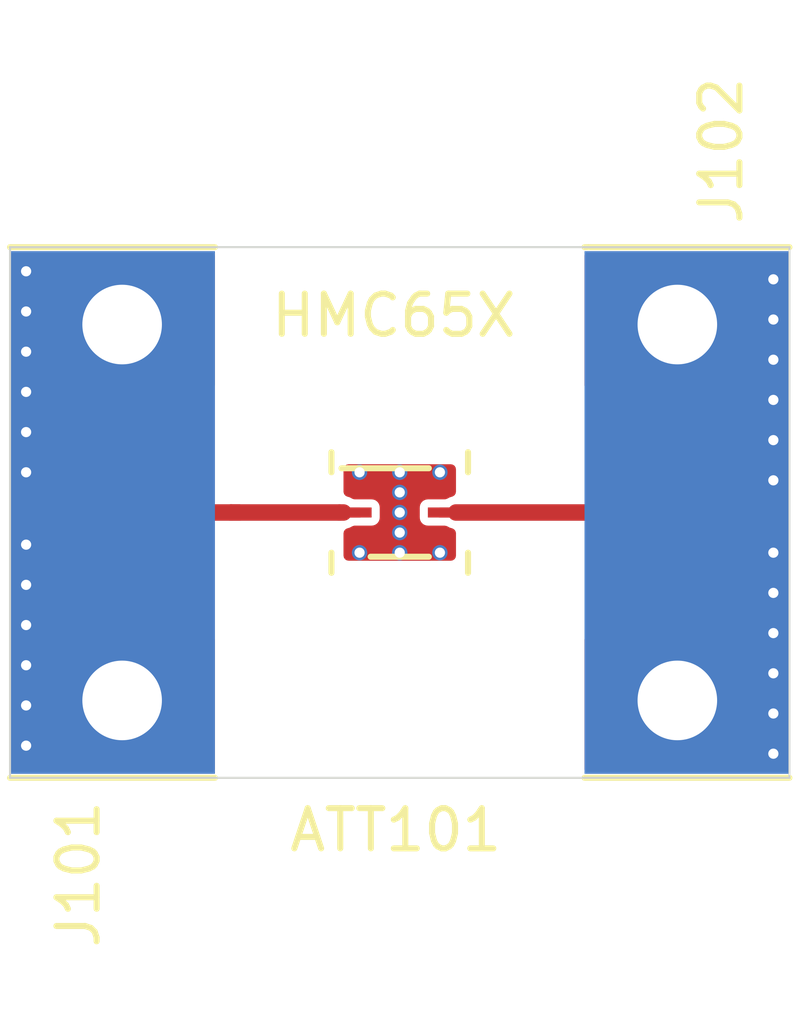
<source format=kicad_pcb>
(kicad_pcb (version 20171130) (host pcbnew "(5.1.4-74-gcf968cb6b)")

  (general
    (thickness 1.6)
    (drawings 5)
    (tracks 8)
    (zones 0)
    (modules 12)
    (nets 4)
  )

  (page A4)
  (layers
    (0 F.Cu signal)
    (1 In1.Cu signal)
    (2 In2.Cu signal hide)
    (31 B.Cu signal hide)
    (32 B.Adhes user)
    (33 F.Adhes user)
    (34 B.Paste user)
    (35 F.Paste user)
    (36 B.SilkS user)
    (37 F.SilkS user)
    (38 B.Mask user)
    (39 F.Mask user hide)
    (40 Dwgs.User user)
    (41 Cmts.User user)
    (42 Eco1.User user)
    (43 Eco2.User user)
    (44 Edge.Cuts user)
    (45 Margin user)
    (46 B.CrtYd user)
    (47 F.CrtYd user)
    (48 B.Fab user)
    (49 F.Fab user)
  )

  (setup
    (last_trace_width 0.25)
    (user_trace_width 0.41)
    (trace_clearance 0.2)
    (zone_clearance 0.2)
    (zone_45_only no)
    (trace_min 0.2)
    (via_size 0.8)
    (via_drill 0.4)
    (via_min_size 0.4)
    (via_min_drill 0.3)
    (uvia_size 0.3)
    (uvia_drill 0.1)
    (uvias_allowed no)
    (uvia_min_size 0.2)
    (uvia_min_drill 0.1)
    (edge_width 0.05)
    (segment_width 0.2)
    (pcb_text_width 0.3)
    (pcb_text_size 1.5 1.5)
    (mod_edge_width 0.12)
    (mod_text_size 1 1)
    (mod_text_width 0.15)
    (pad_size 0.8 0.7)
    (pad_drill 0)
    (pad_to_mask_clearance 0.02)
    (solder_mask_min_width 0.135)
    (aux_axis_origin 0 0)
    (visible_elements FFFFFF7F)
    (pcbplotparams
      (layerselection 0x010fc_ffffffff)
      (usegerberextensions false)
      (usegerberattributes false)
      (usegerberadvancedattributes false)
      (creategerberjobfile false)
      (excludeedgelayer true)
      (linewidth 0.100000)
      (plotframeref false)
      (viasonmask false)
      (mode 1)
      (useauxorigin false)
      (hpglpennumber 1)
      (hpglpenspeed 20)
      (hpglpendiameter 15.000000)
      (psnegative false)
      (psa4output false)
      (plotreference true)
      (plotvalue true)
      (plotinvisibletext false)
      (padsonsilk false)
      (subtractmaskfromsilk false)
      (outputformat 1)
      (mirror false)
      (drillshape 1)
      (scaleselection 1)
      (outputdirectory ""))
  )

  (net 0 "")
  (net 1 GND)
  (net 2 "Net-(ATT101-Pad2)")
  (net 3 "Net-(ATT101-Pad5)")

  (net_class Default "This is the default net class."
    (clearance 0.2)
    (trace_width 0.25)
    (via_dia 0.8)
    (via_drill 0.4)
    (uvia_dia 0.3)
    (uvia_drill 0.1)
    (add_net GND)
    (add_net "Net-(ATT101-Pad2)")
    (add_net "Net-(ATT101-Pad5)")
  )

  (module vna_footprints:VIA_OSH4LAYER_MIN (layer F.Cu) (tedit 5D880D83) (tstamp 5D882628)
    (at 164.2 84)
    (fp_text reference REF** (at 0 -2.5) (layer F.SilkS) hide
      (effects (font (size 1 1) (thickness 0.15)))
    )
    (fp_text value VIA_OSH4LAYER_MIN (at 0 -1.2) (layer F.Fab) hide
      (effects (font (size 1 1) (thickness 0.15)))
    )
    (pad 1 thru_hole circle (at 0 0) (size 0.381 0.381) (drill 0.254) (layers *.Cu)
      (net 1 GND))
  )

  (module vna_footprints:VIA_OSH4LAYER_MIN (layer F.Cu) (tedit 5D880D83) (tstamp 5D882620)
    (at 164.2 82)
    (fp_text reference REF** (at 0 -2.5) (layer F.SilkS) hide
      (effects (font (size 1 1) (thickness 0.15)))
    )
    (fp_text value VIA_OSH4LAYER_MIN (at 0 -1.2) (layer F.Fab) hide
      (effects (font (size 1 1) (thickness 0.15)))
    )
    (pad 1 thru_hole circle (at 0 0) (size 0.381 0.381) (drill 0.254) (layers *.Cu)
      (net 1 GND))
  )

  (module vna_footprints:VIA_OSH4LAYER_MIN (layer F.Cu) (tedit 5D880D83) (tstamp 5D8825D5)
    (at 163.2 84)
    (fp_text reference REF** (at 0 -2.5) (layer F.SilkS) hide
      (effects (font (size 1 1) (thickness 0.15)))
    )
    (fp_text value VIA_OSH4LAYER_MIN (at 0 -1.2) (layer F.Fab) hide
      (effects (font (size 1 1) (thickness 0.15)))
    )
    (pad 1 thru_hole circle (at 0 0) (size 0.381 0.381) (drill 0.254) (layers *.Cu)
      (net 1 GND))
  )

  (module vna_footprints:VIA_OSH4LAYER_MIN (layer F.Cu) (tedit 5D880D83) (tstamp 5D8825CD)
    (at 165.2 84)
    (fp_text reference REF** (at 0 -2.5) (layer F.SilkS) hide
      (effects (font (size 1 1) (thickness 0.15)))
    )
    (fp_text value VIA_OSH4LAYER_MIN (at 0 -1.2) (layer F.Fab) hide
      (effects (font (size 1 1) (thickness 0.15)))
    )
    (pad 1 thru_hole circle (at 0 0) (size 0.381 0.381) (drill 0.254) (layers *.Cu)
      (net 1 GND))
  )

  (module vna_footprints:VIA_OSH4LAYER_MIN (layer F.Cu) (tedit 5D880D83) (tstamp 5D8825C5)
    (at 165.2 82)
    (fp_text reference REF** (at 0 -2.5) (layer F.SilkS) hide
      (effects (font (size 1 1) (thickness 0.15)))
    )
    (fp_text value VIA_OSH4LAYER_MIN (at 0 -1.2) (layer F.Fab) hide
      (effects (font (size 1 1) (thickness 0.15)))
    )
    (pad 1 thru_hole circle (at 0 0) (size 0.381 0.381) (drill 0.254) (layers *.Cu)
      (net 1 GND))
  )

  (module vna_footprints:VIA_OSH4LAYER_MIN (layer F.Cu) (tedit 5D880D83) (tstamp 5D8825BD)
    (at 163.2 82)
    (fp_text reference REF** (at 0 -2.5) (layer F.SilkS) hide
      (effects (font (size 1 1) (thickness 0.15)))
    )
    (fp_text value VIA_OSH4LAYER_MIN (at 0 -1.2) (layer F.Fab) hide
      (effects (font (size 1 1) (thickness 0.15)))
    )
    (pad 1 thru_hole circle (at 0 0) (size 0.381 0.381) (drill 0.254) (layers *.Cu)
      (net 1 GND))
  )

  (module vna_footprints:VIA_OSH4LAYER_MIN (layer F.Cu) (tedit 5D880D83) (tstamp 5D88258A)
    (at 164.2 83.5)
    (fp_text reference REF** (at 0 -2.5) (layer F.SilkS) hide
      (effects (font (size 1 1) (thickness 0.15)))
    )
    (fp_text value VIA_OSH4LAYER_MIN (at 0 -1.2) (layer F.Fab) hide
      (effects (font (size 1 1) (thickness 0.15)))
    )
    (pad 1 thru_hole circle (at 0 0) (size 0.381 0.381) (drill 0.254) (layers *.Cu)
      (net 1 GND))
  )

  (module vna_footprints:VIA_OSH4LAYER_MIN (layer F.Cu) (tedit 5D880D83) (tstamp 5D882582)
    (at 164.2 83)
    (fp_text reference REF** (at 0 -2.5) (layer F.SilkS) hide
      (effects (font (size 1 1) (thickness 0.15)))
    )
    (fp_text value VIA_OSH4LAYER_MIN (at 0 -1.2) (layer F.Fab) hide
      (effects (font (size 1 1) (thickness 0.15)))
    )
    (pad 1 thru_hole circle (at 0 0) (size 0.381 0.381) (drill 0.254) (layers *.Cu)
      (net 1 GND))
  )

  (module vna_footprints:VIA_OSH4LAYER_MIN (layer F.Cu) (tedit 5D880D83) (tstamp 5D882523)
    (at 164.2 82.5)
    (fp_text reference REF** (at 0 -2.5) (layer F.SilkS) hide
      (effects (font (size 1 1) (thickness 0.15)))
    )
    (fp_text value VIA_OSH4LAYER_MIN (at 0 -1.2) (layer F.Fab) hide
      (effects (font (size 1 1) (thickness 0.15)))
    )
    (pad 1 thru_hole circle (at 0 0) (size 0.381 0.381) (drill 0.254) (layers *.Cu)
      (net 1 GND))
  )

  (module vna_mm:sw_edge_oshpark_4layer (layer F.Cu) (tedit 5D8802F6) (tstamp 5D8815F2)
    (at 154.5 83 90)
    (path /5D880968)
    (fp_text reference J101 (at -9 1.7 90) (layer F.SilkS)
      (effects (font (size 1 1) (thickness 0.15)))
    )
    (fp_text value Conn_Coaxial (at -11.9 7.3) (layer F.Fab)
      (effects (font (size 1 1) (thickness 0.15)))
    )
    (fp_line (start 1 8) (end 1.5 8) (layer F.SilkS) (width 0.15))
    (fp_line (start -1 8) (end -1.5 8) (layer F.SilkS) (width 0.15))
    (fp_poly (pts (xy -6.6 0) (xy -0.5 0) (xy -0.5 5.1) (xy -6.6 5.1)) (layer F.Mask) (width 0.1))
    (fp_poly (pts (xy 0.5 0) (xy 6.6 0) (xy 6.6 5.1) (xy 0.5 5.1)) (layer F.Mask) (width 0.1))
    (fp_poly (pts (xy -0.6 1.9) (xy 0.6 1.9) (xy 0.6 5.1) (xy -0.6 5.1)) (layer F.Mask) (width 0.1))
    (fp_poly (pts (xy -0.5 0) (xy 0.5 0) (xy 0.5 1.3) (xy -0.5 1.3)) (layer F.Mask) (width 0.1))
    (fp_line (start 6.6 0) (end 6.6 5.1) (layer F.SilkS) (width 0.15))
    (fp_line (start -6.6 0) (end -6.6 5) (layer F.SilkS) (width 0.15))
    (fp_line (start -6.6 5) (end -6.6 5.1) (layer F.SilkS) (width 0.15))
    (pad 2 smd rect (at 0 2.55 270) (size 13 5.1) (layers B.Cu B.Mask)
      (net 1 GND))
    (pad 2 smd rect (at 4.775 2.85 270) (size 3.25 4.5) (layers F.Cu F.Mask)
      (net 1 GND))
    (pad 2 smd rect (at -4.775 2.85 270) (size 3.25 4.5) (layers F.Cu F.Mask)
      (net 1 GND))
    (pad 2 thru_hole circle (at -4.675 2.79 90) (size 3 3) (drill 1.98) (layers *.Cu *.Mask)
      (net 1 GND))
    (pad 2 thru_hole circle (at 4.675 2.79 90) (size 3 3) (drill 1.98) (layers *.Cu *.Mask)
      (net 1 GND))
    (pad 1 smd rect (at 0 3.04 90) (size 0.41 4.08) (layers F.Cu)
      (net 2 "Net-(ATT101-Pad2)"))
    (pad 1 smd trapezoid (at 0 0.55 90) (size 0.3 0.95) (rect_delta 0 0.11 ) (layers F.Cu F.Mask)
      (net 2 "Net-(ATT101-Pad2)"))
    (pad 2 smd rect (at 3.4 0.3 270) (size 6 0.6) (layers F.Cu F.Mask)
      (net 1 GND))
    (pad 2 smd trapezoid (at 3.4 0.7 90) (size 5.8 0.2) (rect_delta 0 -0.2 ) (layers F.Cu F.Mask)
      (net 1 GND))
    (pad 2 thru_hole circle (at 1 0.4 90) (size 0.5 0.5) (drill 0.254) (layers *.Cu *.Mask)
      (net 1 GND))
    (pad 2 thru_hole circle (at 2 0.4 90) (size 0.5 0.5) (drill 0.254) (layers *.Cu *.Mask)
      (net 1 GND))
    (pad 2 thru_hole circle (at 3 0.4 90) (size 0.5 0.5) (drill 0.254) (layers *.Cu *.Mask)
      (net 1 GND))
    (pad 2 thru_hole circle (at 4 0.4 90) (size 0.5 0.5) (drill 0.254) (layers *.Cu *.Mask)
      (net 1 GND))
    (pad 2 thru_hole circle (at 5 0.4 90) (size 0.5 0.5) (drill 0.254) (layers *.Cu *.Mask)
      (net 1 GND))
    (pad 2 thru_hole circle (at 6 0.4 90) (size 0.5 0.5) (drill 0.254) (layers *.Cu *.Mask)
      (net 1 GND))
    (pad 2 smd trapezoid (at -3.4 0.7 90) (size 5.8 0.2) (rect_delta 0 -0.2 ) (layers F.Cu F.Mask)
      (net 1 GND))
    (pad 2 smd rect (at -3.4 0.3 270) (size 6 0.6) (layers F.Cu F.Mask)
      (net 1 GND))
    (pad 2 thru_hole circle (at -2.8 0.4 90) (size 0.5 0.5) (drill 0.254) (layers *.Cu *.Mask)
      (net 1 GND))
    (pad 2 thru_hole circle (at -0.8 0.4 90) (size 0.5 0.5) (drill 0.254) (layers *.Cu *.Mask)
      (net 1 GND))
    (pad 2 thru_hole circle (at -1.8 0.4 90) (size 0.5 0.5) (drill 0.254) (layers *.Cu *.Mask)
      (net 1 GND))
    (pad 2 thru_hole circle (at -5.8 0.4 90) (size 0.5 0.5) (drill 0.254) (layers *.Cu *.Mask)
      (net 1 GND))
    (pad 2 thru_hole circle (at -3.8 0.4 90) (size 0.5 0.5) (drill 0.254) (layers *.Cu *.Mask)
      (net 1 GND))
    (pad 2 thru_hole circle (at -4.8 0.4 90) (size 0.5 0.5) (drill 0.254) (layers *.Cu *.Mask)
      (net 1 GND))
  )

  (module vna_mm:sw_edge_oshpark_4layer (layer F.Cu) (tedit 5D8802F6) (tstamp 5D88202F)
    (at 173.9 83 270)
    (path /5D88288F)
    (fp_text reference J102 (at -9 1.7 90) (layer F.SilkS)
      (effects (font (size 1 1) (thickness 0.15)))
    )
    (fp_text value Conn_Coaxial (at -11.9 7.3) (layer F.Fab)
      (effects (font (size 1 1) (thickness 0.15)))
    )
    (fp_line (start 1 8) (end 1.5 8) (layer F.SilkS) (width 0.15))
    (fp_line (start -1 8) (end -1.5 8) (layer F.SilkS) (width 0.15))
    (fp_poly (pts (xy -6.6 0) (xy -0.5 0) (xy -0.5 5.1) (xy -6.6 5.1)) (layer F.Mask) (width 0.1))
    (fp_poly (pts (xy 0.5 0) (xy 6.6 0) (xy 6.6 5.1) (xy 0.5 5.1)) (layer F.Mask) (width 0.1))
    (fp_poly (pts (xy -0.6 1.9) (xy 0.6 1.9) (xy 0.6 5.1) (xy -0.6 5.1)) (layer F.Mask) (width 0.1))
    (fp_poly (pts (xy -0.5 0) (xy 0.5 0) (xy 0.5 1.3) (xy -0.5 1.3)) (layer F.Mask) (width 0.1))
    (fp_line (start 6.6 0) (end 6.6 5.1) (layer F.SilkS) (width 0.15))
    (fp_line (start -6.6 0) (end -6.6 5) (layer F.SilkS) (width 0.15))
    (fp_line (start -6.6 5) (end -6.6 5.1) (layer F.SilkS) (width 0.15))
    (pad 2 smd rect (at 0 2.55 90) (size 13 5.1) (layers B.Cu B.Mask)
      (net 1 GND))
    (pad 2 smd rect (at 4.775 2.85 90) (size 3.25 4.5) (layers F.Cu F.Mask)
      (net 1 GND))
    (pad 2 smd rect (at -4.775 2.85 90) (size 3.25 4.5) (layers F.Cu F.Mask)
      (net 1 GND))
    (pad 2 thru_hole circle (at -4.675 2.79 270) (size 3 3) (drill 1.98) (layers *.Cu *.Mask)
      (net 1 GND))
    (pad 2 thru_hole circle (at 4.675 2.79 270) (size 3 3) (drill 1.98) (layers *.Cu *.Mask)
      (net 1 GND))
    (pad 1 smd rect (at 0 3.04 270) (size 0.41 4.08) (layers F.Cu)
      (net 3 "Net-(ATT101-Pad5)"))
    (pad 1 smd trapezoid (at 0 0.55 270) (size 0.3 0.95) (rect_delta 0 0.11 ) (layers F.Cu F.Mask)
      (net 3 "Net-(ATT101-Pad5)"))
    (pad 2 smd rect (at 3.4 0.3 90) (size 6 0.6) (layers F.Cu F.Mask)
      (net 1 GND))
    (pad 2 smd trapezoid (at 3.4 0.7 270) (size 5.8 0.2) (rect_delta 0 -0.2 ) (layers F.Cu F.Mask)
      (net 1 GND))
    (pad 2 thru_hole circle (at 1 0.4 270) (size 0.5 0.5) (drill 0.254) (layers *.Cu *.Mask)
      (net 1 GND))
    (pad 2 thru_hole circle (at 2 0.4 270) (size 0.5 0.5) (drill 0.254) (layers *.Cu *.Mask)
      (net 1 GND))
    (pad 2 thru_hole circle (at 3 0.4 270) (size 0.5 0.5) (drill 0.254) (layers *.Cu *.Mask)
      (net 1 GND))
    (pad 2 thru_hole circle (at 4 0.4 270) (size 0.5 0.5) (drill 0.254) (layers *.Cu *.Mask)
      (net 1 GND))
    (pad 2 thru_hole circle (at 5 0.4 270) (size 0.5 0.5) (drill 0.254) (layers *.Cu *.Mask)
      (net 1 GND))
    (pad 2 thru_hole circle (at 6 0.4 270) (size 0.5 0.5) (drill 0.254) (layers *.Cu *.Mask)
      (net 1 GND))
    (pad 2 smd trapezoid (at -3.4 0.7 270) (size 5.8 0.2) (rect_delta 0 -0.2 ) (layers F.Cu F.Mask)
      (net 1 GND))
    (pad 2 smd rect (at -3.4 0.3 90) (size 6 0.6) (layers F.Cu F.Mask)
      (net 1 GND))
    (pad 2 thru_hole circle (at -2.8 0.4 270) (size 0.5 0.5) (drill 0.254) (layers *.Cu *.Mask)
      (net 1 GND))
    (pad 2 thru_hole circle (at -0.8 0.4 270) (size 0.5 0.5) (drill 0.254) (layers *.Cu *.Mask)
      (net 1 GND))
    (pad 2 thru_hole circle (at -1.8 0.4 270) (size 0.5 0.5) (drill 0.254) (layers *.Cu *.Mask)
      (net 1 GND))
    (pad 2 thru_hole circle (at -5.8 0.4 270) (size 0.5 0.5) (drill 0.254) (layers *.Cu *.Mask)
      (net 1 GND))
    (pad 2 thru_hole circle (at -3.8 0.4 270) (size 0.5 0.5) (drill 0.254) (layers *.Cu *.Mask)
      (net 1 GND))
    (pad 2 thru_hole circle (at -4.8 0.4 270) (size 0.5 0.5) (drill 0.254) (layers *.Cu *.Mask)
      (net 1 GND))
  )

  (module vna_mm:LP2E_DFN6_2x2mm_Pitch0.60mm (layer F.Cu) (tedit 5D880DE1) (tstamp 5D88236B)
    (at 164.2 83)
    (descr https://www.analog.com/media/en/package-pcb-resources/package/pkg_pdf/hittite-legacy-packages/HCP-6-1.pdf)
    (tags "DFN 0.60")
    (path /5D880E3D)
    (attr smd)
    (fp_text reference ATT101 (at -0.1 7.9) (layer F.SilkS)
      (effects (font (size 1 1) (thickness 0.15)))
    )
    (fp_text value HMC65XLP2E (at 0 2.025) (layer F.Fab)
      (effects (font (size 1 1) (thickness 0.15)))
    )
    (fp_line (start -1.65 -1.25) (end -1.65 1.25) (layer F.CrtYd) (width 0.05))
    (fp_line (start 1.65 -1.25) (end 1.65 1.25) (layer F.CrtYd) (width 0.05))
    (fp_line (start -1.65 -1.25) (end 1.65 -1.25) (layer F.CrtYd) (width 0.05))
    (fp_line (start -1.65 1.25) (end 1.65 1.25) (layer F.CrtYd) (width 0.05))
    (fp_line (start -0.725 1.1) (end 0.725 1.1) (layer F.SilkS) (width 0.15))
    (fp_line (start -1.45 -1.1) (end 0.725 -1.1) (layer F.SilkS) (width 0.15))
    (pad 1 smd rect (at -1 -0.65) (size 0.6 0.25) (layers F.Cu F.Paste F.Mask)
      (net 1 GND))
    (pad 2 smd rect (at -1 0) (size 0.6 0.25) (layers F.Cu F.Paste F.Mask)
      (net 2 "Net-(ATT101-Pad2)"))
    (pad 3 smd rect (at -1 0.65) (size 0.6 0.25) (layers F.Cu F.Paste F.Mask)
      (net 1 GND))
    (pad 4 smd rect (at 1 0.65) (size 0.6 0.25) (layers F.Cu F.Paste F.Mask)
      (net 1 GND))
    (pad 5 smd rect (at 1 0) (size 0.6 0.25) (layers F.Cu F.Paste F.Mask)
      (net 3 "Net-(ATT101-Pad5)"))
    (pad 6 smd rect (at 1 -0.65) (size 0.6 0.25) (layers F.Cu F.Paste F.Mask)
      (net 1 GND))
    (pad 7 smd rect (at 0 0.35) (size 0.8 0.7) (layers F.Cu F.Paste F.Mask)
      (net 1 GND) (solder_paste_margin_ratio -0.1))
    (pad 7 smd rect (at 0 -0.35) (size 0.8 0.7) (layers F.Cu F.Paste F.Mask)
      (net 1 GND) (solder_paste_margin_ratio -0.1))
    (model Housings_DFN_QFN.3dshapes/DFN-6-1EP_2x2mm_Pitch0.65mm.wrl
      (at (xyz 0 0 0))
      (scale (xyz 1 1 1))
      (rotate (xyz 0 0 0))
    )
  )

  (gr_text HMC65X (at 164.05 78.1) (layer F.SilkS)
    (effects (font (size 1 1) (thickness 0.15)))
  )
  (gr_line (start 154.5 76.4) (end 173.9 76.4) (layer Edge.Cuts) (width 0.05) (tstamp 5D8820E0))
  (gr_line (start 173.9 89.6) (end 154.5 89.6) (layer Edge.Cuts) (width 0.05) (tstamp 5D8820DF))
  (gr_line (start 173.9 76.4) (end 173.9 89.6) (layer Edge.Cuts) (width 0.05) (tstamp 5D882390))
  (gr_line (start 154.5 76.4) (end 154.5 89.6) (layer Edge.Cuts) (width 0.05))

  (segment (start 160 83) (end 162.7 83) (width 0.41) (layer F.Cu) (net 2))
  (segment (start 157.54 83) (end 160 83) (width 0.41) (layer F.Cu) (net 2) (status 10))
  (segment (start 160 83) (end 160.205 83) (width 0.41) (layer F.Cu) (net 2))
  (segment (start 162.7 83) (end 162.8 83) (width 0.41) (layer F.Cu) (net 2))
  (segment (start 162.7 83) (end 163.2 83) (width 0.25) (layer F.Cu) (net 2))
  (segment (start 170.86 83) (end 165.6 83) (width 0.41) (layer F.Cu) (net 3))
  (segment (start 165.2 83) (end 165.5 83) (width 0.25) (layer F.Cu) (net 3))
  (segment (start 165.5 83) (end 165.6 83) (width 0.25) (layer F.Cu) (net 3))

  (zone (net 1) (net_name GND) (layer In1.Cu) (tstamp 0) (hatch edge 0.508)
    (connect_pads yes (clearance 0.2))
    (min_thickness 0.2)
    (fill yes (arc_segments 32) (thermal_gap 0.508) (thermal_bridge_width 0.508))
    (polygon
      (pts
        (xy 154.5 76.4) (xy 154.5 89.6) (xy 173.9 89.6) (xy 173.9 76.4)
      )
    )
    (filled_polygon
      (pts
        (xy 173.575001 89.275) (xy 154.825 89.275) (xy 154.825 76.725) (xy 173.575 76.725)
      )
    )
  )
  (zone (net 0) (net_name "") (layer F.Mask) (tstamp 0) (hatch edge 0.508)
    (connect_pads yes (clearance 0.2))
    (min_thickness 0.2)
    (fill yes (arc_segments 32) (thermal_gap 0.508) (thermal_bridge_width 0.508))
    (polygon
      (pts
        (xy 159 79.5) (xy 159 86.5) (xy 162.5 86.5) (xy 162.5 79.5)
      )
    )
    (filled_polygon
      (pts
        (xy 162.4 86.4) (xy 159.1 86.4) (xy 159.1 79.6) (xy 162.4 79.6)
      )
    )
  )
  (zone (net 0) (net_name "") (layer F.Mask) (tstamp 5D88109D) (hatch edge 0.508)
    (connect_pads yes (clearance 0.2))
    (min_thickness 0.2)
    (fill yes (arc_segments 32) (thermal_gap 0.508) (thermal_bridge_width 0.508))
    (polygon
      (pts
        (xy 165.878455 79.5) (xy 165.878455 86.5) (xy 169.378455 86.5) (xy 169.378455 79.5)
      )
    )
    (filled_polygon
      (pts
        (xy 169.278455 86.4) (xy 165.978455 86.4) (xy 165.978455 79.6) (xy 169.278455 79.6)
      )
    )
  )
  (zone (net 1) (net_name GND) (layer F.Cu) (tstamp 0) (hatch edge 0.508)
    (connect_pads yes (clearance 0.2))
    (min_thickness 0.254)
    (fill yes (arc_segments 32) (thermal_gap 0.508) (thermal_bridge_width 0.508))
    (polygon
      (pts
        (xy 162.8 81.8) (xy 162.8 84.2) (xy 165.6 84.2) (xy 165.6 81.8)
      )
    )
    (filled_polygon
      (pts
        (xy 165.473 82.482587) (xy 165.395427 82.506118) (xy 165.320032 82.546418) (xy 164.9 82.546418) (xy 164.835897 82.552732)
        (xy 164.774257 82.57143) (xy 164.71745 82.601794) (xy 164.667657 82.642657) (xy 164.626794 82.69245) (xy 164.59643 82.749257)
        (xy 164.577732 82.810897) (xy 164.571418 82.875) (xy 164.571418 83.125) (xy 164.577732 83.189103) (xy 164.59643 83.250743)
        (xy 164.626794 83.30755) (xy 164.667657 83.357343) (xy 164.71745 83.398206) (xy 164.774257 83.42857) (xy 164.835897 83.447268)
        (xy 164.9 83.453582) (xy 165.320032 83.453582) (xy 165.395427 83.493882) (xy 165.473 83.517413) (xy 165.473 84.073)
        (xy 162.927 84.073) (xy 162.927 83.517413) (xy 163.004573 83.493882) (xy 163.079968 83.453582) (xy 163.5 83.453582)
        (xy 163.564103 83.447268) (xy 163.625743 83.42857) (xy 163.68255 83.398206) (xy 163.732343 83.357343) (xy 163.773206 83.30755)
        (xy 163.80357 83.250743) (xy 163.822268 83.189103) (xy 163.828582 83.125) (xy 163.828582 82.875) (xy 163.822268 82.810897)
        (xy 163.80357 82.749257) (xy 163.773206 82.69245) (xy 163.732343 82.642657) (xy 163.68255 82.601794) (xy 163.625743 82.57143)
        (xy 163.564103 82.552732) (xy 163.5 82.546418) (xy 163.079968 82.546418) (xy 163.004573 82.506118) (xy 162.927 82.482587)
        (xy 162.927 81.927) (xy 165.473 81.927)
      )
    )
  )
)

</source>
